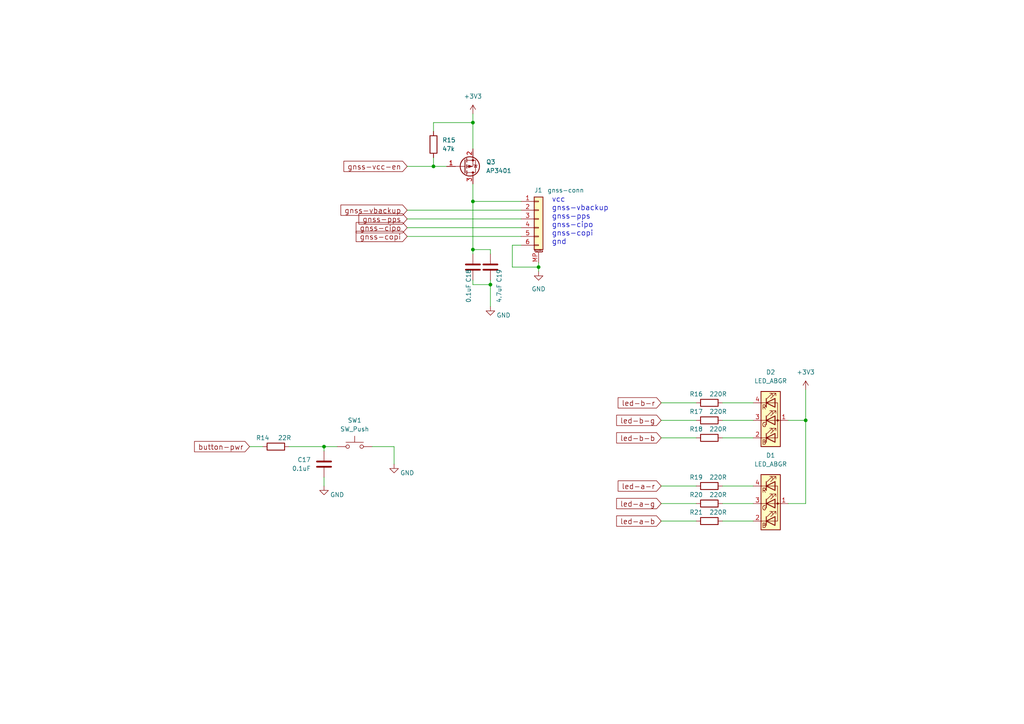
<source format=kicad_sch>
(kicad_sch (version 20230121) (generator eeschema)
  (paper "A4")
  (title_block (title "gps-logger") (date "2022-02-14") (rev "v2.3.a") (company "Greg Davill") (comment 4 "Simple GPS logger with low power features"))
  (lib_symbols
    (symbol "Connector_Generic_MountingPin:Conn_01x06_MountingPin" (pin_names (offset 1.016) hide)
      (property "Reference" "J" (at 0 7.62 0))
      (property "Value" "Conn_01x06_MountingPin" (at 1.27 -10.16 0))
      (symbol "Conn_01x06_MountingPin_1_1"
        (rectangle (start -1.27 -7.493) (end 0 -7.747) (stroke (width 0.1524)))
        (rectangle (start -1.27 -4.953) (end 0 -5.207) (stroke (width 0.1524)))
        (rectangle (start -1.27 -2.413) (end 0 -2.667) (stroke (width 0.1524)))
        (rectangle (start -1.27 0.127) (end 0 -0.127) (stroke (width 0.1524)))
        (rectangle (start -1.27 2.667) (end 0 2.413) (stroke (width 0.1524)))
        (rectangle (start -1.27 5.207) (end 0 4.953) (stroke (width 0.1524)))
        (rectangle (start -1.27 6.35) (end 1.27 -8.89) (stroke (width 0.254)) (fill (type background)))
        (polyline (pts (xy -1.016 -9.652) (xy 1.016 -9.652)) (stroke (width 0.1524)))
        (text "Mounting" (at 0 -9.271 0) (effects (font (size 0.381 0.381))))
        (pin passive line (at -5.08 5.08 0) (length 3.81) (name "Pin_1") (number "1"))
        (pin passive line (at -5.08 2.54 0) (length 3.81) (name "Pin_2") (number "2"))
        (pin passive line (at -5.08 0 0) (length 3.81) (name "Pin_3") (number "3"))
        (pin passive line (at -5.08 -2.54 0) (length 3.81) (name "Pin_4") (number "4"))
        (pin passive line (at -5.08 -5.08 0) (length 3.81) (name "Pin_5") (number "5"))
        (pin passive line (at -5.08 -7.62 0) (length 3.81) (name "Pin_6") (number "6"))
        (pin passive line (at 0 -12.7 90) (length 3.048) (name "MountPin") (number "MP"))
      )
    )
    (symbol "Device:C" (pin_numbers hide) (pin_names (offset 0.254))
      (property "Reference" "C" (at 0.635 2.54 0))
      (property "Value" "C" (at 0.635 -2.54 0))
      (symbol "C_0_1"
        (polyline (pts (xy -2.032 -0.762) (xy 2.032 -0.762)) (stroke (width 0.508)))
        (polyline (pts (xy -2.032 0.762) (xy 2.032 0.762)) (stroke (width 0.508)))
      )
      (symbol "C_1_1"
        (pin passive line (at 0 3.81 270) (length 2.794) (name "~") (number "1"))
        (pin passive line (at 0 -3.81 90) (length 2.794) (name "~") (number "2"))
      )
    )
    (symbol "Device:LED_ABGR" (pin_names (offset 0) hide)
      (property "Reference" "D" (at 0 9.398 0))
      (property "Value" "LED_ABGR" (at 0 -8.89 0))
      (symbol "LED_ABGR_0_0"
        (text "B" (at -1.905 -6.35 0) (effects (font (size 1.27 1.27))))
        (text "G" (at -1.905 -1.27 0) (effects (font (size 1.27 1.27))))
        (text "R" (at -1.905 3.81 0) (effects (font (size 1.27 1.27))))
      )
      (symbol "LED_ABGR_0_1"
        (polyline (pts (xy -1.27 -5.08) (xy -2.54 -5.08)))
        (polyline (pts (xy -1.27 -5.08) (xy 1.27 -5.08)))
        (polyline (pts (xy -1.27 -3.81) (xy -1.27 -6.35)) (stroke (width 0.254)))
        (polyline (pts (xy -1.27 0) (xy -2.54 0)))
        (polyline (pts (xy -1.27 1.27) (xy -1.27 -1.27)) (stroke (width 0.254)))
        (polyline (pts (xy -1.27 5.08) (xy -2.54 5.08)))
        (polyline (pts (xy -1.27 5.08) (xy 1.27 5.08)))
        (polyline (pts (xy -1.27 6.35) (xy -1.27 3.81)) (stroke (width 0.254)))
        (polyline (pts (xy 1.27 0) (xy -1.27 0)))
        (polyline (pts (xy 1.27 0) (xy 2.54 0)))
        (polyline (pts (xy -1.27 1.27) (xy -1.27 -1.27) (xy -1.27 -1.27)))
        (polyline (pts (xy -1.27 6.35) (xy -1.27 3.81) (xy -1.27 3.81)))
        (polyline (pts (xy 1.27 -5.08) (xy 2.032 -5.08) (xy 2.032 5.08) (xy 1.27 5.08)))
        (polyline (pts (xy 1.27 -3.81) (xy 1.27 -6.35) (xy -1.27 -5.08) (xy 1.27 -3.81)) (stroke (width 0.254)))
        (polyline (pts (xy 1.27 1.27) (xy 1.27 -1.27) (xy -1.27 0) (xy 1.27 1.27)) (stroke (width 0.254)))
        (polyline (pts (xy 1.27 6.35) (xy 1.27 3.81) (xy -1.27 5.08) (xy 1.27 6.35)) (stroke (width 0.254)))
        (polyline (pts (xy -1.016 -3.81) (xy 0.508 -2.286) (xy -0.254 -2.286) (xy 0.508 -2.286) (xy 0.508 -3.048)))
        (polyline (pts (xy -1.016 1.27) (xy 0.508 2.794) (xy -0.254 2.794) (xy 0.508 2.794) (xy 0.508 2.032)))
        (polyline (pts (xy -1.016 6.35) (xy 0.508 7.874) (xy -0.254 7.874) (xy 0.508 7.874) (xy 0.508 7.112)))
        (polyline (pts (xy 0 -3.81) (xy 1.524 -2.286) (xy 0.762 -2.286) (xy 1.524 -2.286) (xy 1.524 -3.048)))
        (polyline (pts (xy 0 1.27) (xy 1.524 2.794) (xy 0.762 2.794) (xy 1.524 2.794) (xy 1.524 2.032)))
        (polyline (pts (xy 0 6.35) (xy 1.524 7.874) (xy 0.762 7.874) (xy 1.524 7.874) (xy 1.524 7.112)))
        (rectangle (start 1.27 -1.27) (end 1.27 1.27))
        (rectangle (start 1.27 1.27) (end 1.27 1.27))
        (rectangle (start 1.27 3.81) (end 1.27 6.35))
        (rectangle (start 1.27 6.35) (end 1.27 6.35))
        (circle (center 2.032 0) (radius 0.254) (fill (type outline)))
        (rectangle (start 2.794 8.382) (end -2.794 -7.62) (stroke (width 0.254)) (fill (type background)))
      )
      (symbol "LED_ABGR_1_1"
        (pin passive line (at 5.08 0 180) (length 2.54) (name "A") (number "1"))
        (pin passive line (at -5.08 -5.08 0) (length 2.54) (name "BK") (number "2"))
        (pin passive line (at -5.08 0 0) (length 2.54) (name "GK") (number "3"))
        (pin passive line (at -5.08 5.08 0) (length 2.54) (name "RK") (number "4"))
      )
    )
    (symbol "Device:R" (pin_numbers hide) (pin_names (offset 0))
      (property "Reference" "R" (at 2.032 0 90))
      (property "Value" "R" (at 0 0 90))
      (symbol "R_0_1"
        (rectangle (start -1.016 -2.54) (end 1.016 2.54) (stroke (width 0.254)))
      )
      (symbol "R_1_1"
        (pin passive line (at 0 3.81 270) (length 1.27) (name "~") (number "1"))
        (pin passive line (at 0 -3.81 90) (length 1.27) (name "~") (number "2"))
      )
    )
    (symbol "Switch:SW_Push" (pin_numbers hide) (pin_names (offset 1.016) hide)
      (property "Reference" "SW" (at 1.27 2.54 0))
      (property "Value" "SW_Push" (at 0 -1.524 0))
      (symbol "SW_Push_0_1"
        (circle (center -2.032 0) (radius 0.508))
        (polyline (pts (xy 0 1.27) (xy 0 3.048)))
        (polyline (pts (xy 2.54 1.27) (xy -2.54 1.27)))
        (circle (center 2.032 0) (radius 0.508))
        (pin passive line (at -5.08 0 0) (length 2.54) (name "1") (number "1"))
        (pin passive line (at 5.08 0 180) (length 2.54) (name "2") (number "2"))
      )
    )
    (symbol "Transistor_FET:BSS83P" (pin_names hide)
      (property "Reference" "Q" (at 5.08 1.905 0))
      (property "Value" "BSS83P" (at 5.08 0 0))
      (symbol "BSS83P_0_1"
        (polyline (pts (xy 0.254 0) (xy -2.54 0)))
        (polyline (pts (xy 0.254 1.905) (xy 0.254 -1.905)) (stroke (width 0.254)))
        (polyline (pts (xy 0.762 -1.27) (xy 0.762 -2.286)) (stroke (width 0.254)))
        (polyline (pts (xy 0.762 0.508) (xy 0.762 -0.508)) (stroke (width 0.254)))
        (polyline (pts (xy 0.762 2.286) (xy 0.762 1.27)) (stroke (width 0.254)))
        (polyline (pts (xy 2.54 2.54) (xy 2.54 1.778)))
        (polyline (pts (xy 2.54 -2.54) (xy 2.54 0) (xy 0.762 0)))
        (polyline (pts (xy 0.762 1.778) (xy 3.302 1.778) (xy 3.302 -1.778) (xy 0.762 -1.778)))
        (polyline (pts (xy 2.286 0) (xy 1.27 0.381) (xy 1.27 -0.381) (xy 2.286 0)) (fill (type outline)))
        (polyline (pts (xy 2.794 -0.508) (xy 2.921 -0.381) (xy 3.683 -0.381) (xy 3.81 -0.254)))
        (polyline (pts (xy 3.302 -0.381) (xy 2.921 0.254) (xy 3.683 0.254) (xy 3.302 -0.381)))
        (circle (center 1.651 0) (radius 2.794) (stroke (width 0.254)))
        (circle (center 2.54 -1.778) (radius 0.254) (fill (type outline)))
        (circle (center 2.54 1.778) (radius 0.254) (fill (type outline)))
      )
      (symbol "BSS83P_1_1"
        (pin input line (at -5.08 0 0) (length 2.54) (name "G") (number "1"))
        (pin passive line (at 2.54 -5.08 90) (length 2.54) (name "S") (number "2"))
        (pin passive line (at 2.54 5.08 270) (length 2.54) (name "D") (number "3"))
      )
    )
    (symbol "power:+3V3" (power) (pin_names (offset 0))
      (property "Value" "+3V3" (at 0 3.556 0))
      (symbol "+3V3_0_1"
        (polyline (pts (xy -0.762 1.27) (xy 0 2.54)))
        (polyline (pts (xy 0 0) (xy 0 2.54)))
        (polyline (pts (xy 0 2.54) (xy 0.762 1.27)))
      )
      (symbol "+3V3_1_1"
        (pin power_in line (at 0 0 90) (length 0) hide (name "+3V3") (number "1"))
      )
    )
    (symbol "power:GND" (power) (pin_names (offset 0))
      (property "Value" "GND" (at 0 -3.81 0))
      (symbol "GND_0_1"
        (polyline (pts (xy 0 0) (xy 0 -1.27) (xy 1.27 -1.27) (xy 0 -2.54) (xy -1.27 -1.27) (xy 0 -1.27)))
      )
      (symbol "GND_1_1"
        (pin power_in line (at 0 0 270) (length 0) hide (name "GND") (number "1"))
      )
    )
  )
  (junction (at 142.24 82.55))
  (junction (at 93.98 129.54))
  (junction (at 137.16 58.42))
  (junction (at 233.68 121.92))
  (junction (at 125.73 48.26))
  (junction (at 137.16 35.56))
  (junction (at 156.21 77.47))
  (junction (at 137.16 72.39))
  (wire (pts (xy 129.54 48.26) (xy 125.73 48.26)))
  (wire (pts (xy 125.73 35.56) (xy 137.16 35.56)))
  (wire (pts (xy 209.55 127) (xy 218.44 127)))
  (wire (pts (xy 142.24 72.39) (xy 137.16 72.39)))
  (wire (pts (xy 191.77 140.97) (xy 201.93 140.97)))
  (wire (pts (xy 72.39 129.54) (xy 76.2 129.54)))
  (wire (pts (xy 118.11 66.04) (xy 151.13 66.04)))
  (wire (pts (xy 118.11 48.26) (xy 125.73 48.26)))
  (wire (pts (xy 209.55 146.05) (xy 218.44 146.05)))
  (wire (pts (xy 191.77 151.13) (xy 201.93 151.13)))
  (wire (pts (xy 209.55 116.84) (xy 218.44 116.84)))
  (wire (pts (xy 118.11 60.96) (xy 151.13 60.96)))
  (wire (pts (xy 125.73 38.1) (xy 125.73 35.56)))
  (wire (pts (xy 148.59 71.12) (xy 148.59 77.47)))
  (wire (pts (xy 228.6 146.05) (xy 233.68 146.05)))
  (wire (pts (xy 233.68 113.03) (xy 233.68 121.92)))
  (wire (pts (xy 233.68 121.92) (xy 233.68 146.05)))
  (wire (pts (xy 137.16 33.02) (xy 137.16 35.56)))
  (wire (pts (xy 114.3 129.54) (xy 114.3 134.62)))
  (wire (pts (xy 83.82 129.54) (xy 93.98 129.54)))
  (wire (pts (xy 93.98 129.54) (xy 97.79 129.54)))
  (wire (pts (xy 137.16 58.42) (xy 137.16 53.34)))
  (wire (pts (xy 151.13 58.42) (xy 137.16 58.42)))
  (wire (pts (xy 137.16 81.28) (xy 137.16 82.55)))
  (wire (pts (xy 228.6 121.92) (xy 233.68 121.92)))
  (wire (pts (xy 191.77 127) (xy 201.93 127)))
  (wire (pts (xy 142.24 73.66) (xy 142.24 72.39)))
  (wire (pts (xy 142.24 82.55) (xy 142.24 88.9)))
  (wire (pts (xy 118.11 63.5) (xy 151.13 63.5)))
  (wire (pts (xy 93.98 129.54) (xy 93.98 130.81)))
  (wire (pts (xy 137.16 35.56) (xy 137.16 43.18)))
  (wire (pts (xy 142.24 81.28) (xy 142.24 82.55)))
  (wire (pts (xy 191.77 121.92) (xy 201.93 121.92)))
  (wire (pts (xy 137.16 72.39) (xy 137.16 73.66)))
  (wire (pts (xy 137.16 82.55) (xy 142.24 82.55)))
  (wire (pts (xy 93.98 138.43) (xy 93.98 140.97)))
  (wire (pts (xy 148.59 77.47) (xy 156.21 77.47)))
  (wire (pts (xy 191.77 146.05) (xy 201.93 146.05)))
  (wire (pts (xy 209.55 121.92) (xy 218.44 121.92)))
  (wire (pts (xy 137.16 58.42) (xy 137.16 72.39)))
  (wire (pts (xy 209.55 140.97) (xy 218.44 140.97)))
  (wire (pts (xy 118.11 68.58) (xy 151.13 68.58)))
  (wire (pts (xy 209.55 151.13) (xy 218.44 151.13)))
  (wire (pts (xy 107.95 129.54) (xy 114.3 129.54)))
  (wire (pts (xy 191.77 116.84) (xy 201.93 116.84)))
  (wire (pts (xy 156.21 76.2) (xy 156.21 77.47)))
  (wire (pts (xy 156.21 77.47) (xy 156.21 78.74)))
  (wire (pts (xy 148.59 71.12) (xy 151.13 71.12)))
  (wire (pts (xy 125.73 48.26) (xy 125.73 45.72)))
  (text "vcc\ngnss-vbackup\ngnss-pps\ngnss-cipo\ngnss-copi\ngnd" (at 160.02 71.12 0) (effects (font (size 1.524 1.524)) (justify left bottom)))
  (global_label "gnss-cipo" (shape input) (at 118.11 66.04 180) (effects (font (size 1.524 1.524))) (property "Intersheetrefs" "${INTERSHEET_REFS}" (effects hide)))
  (global_label "led-b-b" (shape input) (at 191.77 127 180) (effects (font (size 1.524 1.524))) (property "Intersheetrefs" "${INTERSHEET_REFS}" (effects hide)))
  (global_label "led-b-g" (shape input) (at 191.77 121.92 180) (effects (font (size 1.524 1.524))) (property "Intersheetrefs" "${INTERSHEET_REFS}" (effects hide)))
  (global_label "gnss-vbackup" (shape input) (at 118.11 60.96 180) (effects (font (size 1.524 1.524))) (property "Intersheetrefs" "${INTERSHEET_REFS}" (effects hide)))
  (global_label "led-a-r" (shape input) (at 191.77 140.97 180) (effects (font (size 1.524 1.524))) (property "Intersheetrefs" "${INTERSHEET_REFS}" (effects hide)))
  (global_label "led-a-b" (shape input) (at 191.77 151.13 180) (effects (font (size 1.524 1.524))) (property "Intersheetrefs" "${INTERSHEET_REFS}" (effects hide)))
  (global_label "button-pwr" (shape input) (at 72.39 129.54 180) (effects (font (size 1.524 1.524))) (property "Intersheetrefs" "${INTERSHEET_REFS}" (effects hide)))
  (global_label "led-a-g" (shape input) (at 191.77 146.05 180) (effects (font (size 1.524 1.524))) (property "Intersheetrefs" "${INTERSHEET_REFS}" (effects hide)))
  (global_label "gnss-vcc-en" (shape input) (at 118.11 48.26 180) (effects (font (size 1.524 1.524))) (property "Intersheetrefs" "${INTERSHEET_REFS}" (effects hide)))
  (global_label "led-b-r" (shape input) (at 191.77 116.84 180) (effects (font (size 1.524 1.524))) (property "Intersheetrefs" "${INTERSHEET_REFS}" (effects hide)))
  (global_label "gnss-pps" (shape input) (at 118.11 63.5 180) (effects (font (size 1.524 1.524))) (property "Intersheetrefs" "${INTERSHEET_REFS}" (effects hide)))
  (global_label "gnss-copi" (shape input) (at 118.11 68.58 180) (effects (font (size 1.524 1.524))) (property "Intersheetrefs" "${INTERSHEET_REFS}" (effects hide)))
  (symbol (lib_id "Device:R") (at 205.74 146.05 90) (unit 1)
    (property "Reference" "R20" (at 201.93 143.51 90))
    (property "Value" "220R" (at 208.28 143.51 90))
    (property "Footprint" "Resistor_SMD:R_0402_1005Metric" (effects hide))
  )
  (symbol (lib_id "Device:R") (at 205.74 140.97 90) (unit 1)
    (property "Reference" "R19" (at 201.93 138.43 90))
    (property "Value" "220R" (at 208.28 138.43 90))
    (property "Footprint" "Resistor_SMD:R_0402_1005Metric" (effects hide))
  )
  (symbol (lib_id "Device:LED_ABGR") (at 223.52 121.92 0) (unit 1)
    (property "Reference" "D2" (at 223.52 107.95 0))
    (property "Value" "LED_ABGR" (at 223.52 110.49 0))
    (property "Footprint" "gps-logger:0404LED_RGB" (effects hide))
  )
  (symbol (lib_id "Device:R") (at 205.74 151.13 90) (unit 1)
    (property "Reference" "R21" (at 201.93 148.59 90))
    (property "Value" "220R" (at 208.28 148.59 90))
    (property "Footprint" "Resistor_SMD:R_0402_1005Metric" (effects hide))
  )
  (symbol (lib_id "Connector_Generic_MountingPin:Conn_01x06_MountingPin") (at 156.21 63.5 0) (unit 1)
    (property "Reference" "J1" (at 154.94 55.1814 0) (effects (justify left)))
    (property "Value" "gnss-conn" (at 158.75 55.1814 0) (effects (justify left)))
    (property "Footprint" "gps-logger:Hirose_FH34SRJ-16S-0.5SH_1x16-1MP_P0.50mm_Horizontal" (effects hide))
    (property "PN" "FH34SRJ-6S-0.5SH(50)" (effects hide))
    (property "MFG" "HRS(Hirose)" (effects hide))
  )
  (symbol (lib_id "Device:R") (at 205.74 127 90) (unit 1)
    (property "Reference" "R18" (at 201.93 124.46 90))
    (property "Value" "220R" (at 208.28 124.46 90))
    (property "Footprint" "Resistor_SMD:R_0402_1005Metric" (effects hide))
  )
  (symbol (lib_id "power:+3V3") (at 137.16 33.02 0) (unit 1)
    (property "Reference" "#PWR0126" (effects hide))
    (property "Value" "+3V3" (at 137.16 27.94 0))
  )
  (symbol (lib_id "Device:C") (at 137.16 77.47 0) (mirror x) (unit 1)
    (property "Reference" "C18" (at 135.89 80.01 90))
    (property "Value" "0.1uF" (at 135.89 85.09 90))
    (property "Footprint" "Capacitor_SMD:C_0402_1005Metric" (effects hide))
  )
  (symbol (lib_id "power:GND") (at 114.3 134.62 0) (mirror y) (unit 1)
    (property "Reference" "#PWR0125" (effects hide))
    (property "Value" "GND" (at 118.11 137.16 0))
  )
  (symbol (lib_id "power:GND") (at 156.21 78.74 0) (unit 1)
    (property "Reference" "#PWR0123" (effects hide))
    (property "Value" "GND" (at 156.21 83.82 0))
  )
  (symbol (lib_id "Switch:SW_Push") (at 102.87 129.54 0) (unit 1)
    (property "Reference" "SW1" (at 102.87 121.92 0))
    (property "Value" "SW_Push" (at 102.87 124.46 0))
    (property "Footprint" "gps-logger:EVQ_switch" (effects hide))
    (property "PN" "EVQ-9P105M" (effects hide))
    (property "MFG" "Panasonic Electronic Components" (effects hide))
  )
  (symbol (lib_id "Device:R") (at 205.74 116.84 90) (unit 1)
    (property "Reference" "R16" (at 201.93 114.3 90))
    (property "Value" "220R" (at 208.28 114.3 90))
    (property "Footprint" "Resistor_SMD:R_0402_1005Metric" (effects hide))
  )
  (symbol (lib_id "Device:R") (at 80.01 129.54 90) (unit 1)
    (property "Reference" "R14" (at 76.2 127 90))
    (property "Value" "22R" (at 82.55 127 90))
    (property "Footprint" "Resistor_SMD:R_0402_1005Metric" (effects hide))
  )
  (symbol (lib_id "Device:R") (at 205.74 121.92 90) (unit 1)
    (property "Reference" "R17" (at 201.93 119.38 90))
    (property "Value" "220R" (at 208.28 119.38 90))
    (property "Footprint" "Resistor_SMD:R_0402_1005Metric" (effects hide))
  )
  (symbol (lib_id "power:GND") (at 93.98 140.97 0) (mirror y) (unit 1)
    (property "Reference" "#PWR0124" (effects hide))
    (property "Value" "GND" (at 97.79 143.51 0))
  )
  (symbol (lib_id "Device:R") (at 125.73 41.91 180) (unit 1)
    (property "Reference" "R15" (at 128.27 40.6399 0) (effects (justify right)))
    (property "Value" "47k" (at 128.27 43.1799 0) (effects (justify right)))
    (property "Footprint" "Resistor_SMD:R_0402_1005Metric" (effects hide))
  )
  (symbol (lib_id "power:+3V3") (at 233.68 113.03 0) (unit 1)
    (property "Reference" "#PWR0122" (effects hide))
    (property "Value" "+3V3" (at 233.68 107.95 0))
  )
  (symbol (lib_id "power:GND") (at 142.24 88.9 0) (mirror y) (unit 1)
    (property "Reference" "#PWR0121" (effects hide))
    (property "Value" "GND" (at 146.05 91.44 0))
  )
  (symbol (lib_id "Device:C") (at 142.24 77.47 0) (mirror y) (unit 1)
    (property "Reference" "C19" (at 144.78 80.01 90))
    (property "Value" "4.7uF" (at 144.78 85.09 90))
    (property "Footprint" "Capacitor_SMD:C_0402_1005Metric" (effects hide))
  )
  (symbol (lib_id "Device:C") (at 93.98 134.62 0) (mirror x) (unit 1)
    (property "Reference" "C17" (at 90.17 133.3499 0) (effects (justify right)))
    (property "Value" "0.1uF" (at 90.17 135.8899 0) (effects (justify right)))
    (property "Footprint" "Capacitor_SMD:C_0402_1005Metric" (effects hide))
  )
  (symbol (lib_id "Transistor_FET:BSS83P") (at 134.62 48.26 0) (mirror x) (unit 1)
    (property "Reference" "Q3" (at 140.97 46.9899 0) (effects (justify left)))
    (property "Value" "AP3401" (at 140.97 49.5299 0) (effects (justify left)))
    (property "Footprint" "Package_TO_SOT_SMD:SOT-23" (effects hide))
    (property "Datasheet" "https://datasheet.lcsc.com/lcsc/1912111437_ALLPOWER-ShenZhen-Quan-Li-Semiconductor-AP3401_C353078.pdf" (effects hide))
    (property "PN" "AP3401" (effects hide))
    (property "MFG" "ALLPOWER(ShenZhen Quan Li Semiconductor) " (effects hide))
  )
  (symbol (lib_id "Device:LED_ABGR") (at 223.52 146.05 0) (unit 1)
    (property "Reference" "D1" (at 223.52 132.08 0))
    (property "Value" "LED_ABGR" (at 223.52 134.62 0))
    (property "Footprint" "gps-logger:0404LED_RGB" (effects hide))
  )
  (sheet (at 308.61 149.86) (size 35.56 20.32) (stroke (width 0.1524) (color 132 0 132 1)) (fill (color 255 255 255 0.0000))
    (property "Sheetname" "sdmmc" (at 308.61 149.1484 0) (effects (justify left bottom)))
    (property "Sheetfile" "../../../../tmp/gpsLogger/hw/v2.3.a/main-board/sdmmc.kicad_sch" (at 308.61 170.7646 0) (effects (justify left top)))
  )
  (sheet (at 308.61 123.19) (size 35.56 20.32) (stroke (width 0.1524) (color 132 0 132 1)) (fill (color 255 255 255 0.0000))
    (property "Sheetname" "MSP430" (at 308.61 122.4784 0) (effects (justify left bottom)))
    (property "Sheetfile" "../../../../tmp/gpsLogger/hw/v2.3.a/main-board/msp430.kicad_sch" (at 308.61 144.0946 0) (effects (justify left top)))
  )
  (sheet (at 308.61 97.79) (size 35.56 19.05) (stroke (width 0.1524) (color 132 0 132 1)) (fill (color 255 255 255 0.0000))
    (property "Sheetname" "pmic" (at 308.61 97.0784 0) (effects (justify left bottom)))
    (property "Sheetfile" "../../../../tmp/gpsLogger/hw/v2.3.a/main-board/pmic.kicad_sch" (at 308.61 117.4246 0) (effects (justify left top)))
  )
)
</source>
